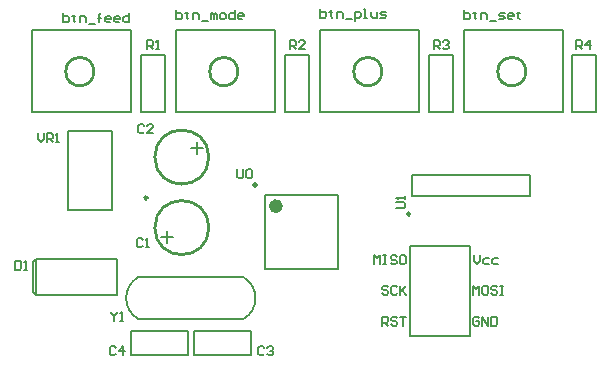
<source format=gto>
G04 Layer_Color=65535*
%FSLAX25Y25*%
%MOIN*%
G70*
G01*
G75*
%ADD31C,0.01000*%
%ADD32C,0.00984*%
%ADD33C,0.00800*%
%ADD34C,0.02362*%
%ADD35C,0.00787*%
%ADD36C,0.00500*%
D31*
X35717Y101500D02*
G03*
X35717Y101500I-4717J0D01*
G01*
X74000Y49500D02*
G03*
X74000Y49500I-9000J0D01*
G01*
X179717Y101500D02*
G03*
X179717Y101500I-4717J0D01*
G01*
X131717D02*
G03*
X131717Y101500I-4717J0D01*
G01*
X83717D02*
G03*
X83717Y101500I-4717J0D01*
G01*
X74000Y73000D02*
G03*
X74000Y73000I-9000J0D01*
G01*
D32*
X141146Y54051D02*
G03*
X141146Y54051I-492J0D01*
G01*
X53594Y59445D02*
G03*
X53594Y59445I-492J0D01*
G01*
X90039Y63748D02*
G03*
X90039Y63748I-600J0D01*
G01*
D33*
X50500Y33000D02*
G03*
X50500Y19000I4000J-7000D01*
G01*
X85500D02*
G03*
X85500Y33000I-4000J7000D01*
G01*
X15500Y38000D02*
X16500Y39000D01*
X15500Y28000D02*
Y38000D01*
Y28000D02*
X16500Y27000D01*
X43400D02*
Y39000D01*
X16500Y27000D02*
X43400D01*
X16500D02*
Y39000D01*
X43400D01*
X50500Y33000D02*
X85500D01*
X50500Y19000D02*
X85500D01*
X88100Y7000D02*
Y15000D01*
X68900D02*
X88100D01*
X68900Y7000D02*
Y15000D01*
Y7000D02*
X88100D01*
X47900D02*
Y15000D01*
Y7000D02*
X67100D01*
Y15000D01*
X47900D02*
X67100D01*
X51500Y87900D02*
Y107100D01*
X59500D01*
Y87900D02*
Y107100D01*
X51500Y87900D02*
X59500D01*
X99500D02*
Y107100D01*
X107500D01*
Y87900D02*
Y107100D01*
X99500Y87900D02*
X107500D01*
X195000D02*
Y107100D01*
X203000D01*
Y87900D02*
Y107100D01*
X195000Y87900D02*
X203000D01*
X147500D02*
Y107100D01*
X155500D01*
Y87900D02*
Y107100D01*
X147500Y87900D02*
X155500D01*
D34*
X97520Y56661D02*
G03*
X97520Y56661I-1181J0D01*
G01*
D35*
X15000Y115500D02*
X48000D01*
X15000Y87961D02*
X48000D01*
X15000D02*
Y115500D01*
X48000Y87961D02*
Y115500D01*
X181185Y59957D02*
Y67043D01*
X141815Y59957D02*
Y67043D01*
X181185D01*
X141815Y59957D02*
X181185D01*
X141000Y13303D02*
Y43500D01*
X161000Y13303D02*
Y43500D01*
X141000D02*
X161000D01*
X141000Y13303D02*
X161000D01*
X27217Y55311D02*
X41783D01*
Y81689D01*
X27217D02*
X41783D01*
X27217Y55311D02*
Y81689D01*
X159000Y115500D02*
X192000D01*
X159000Y87961D02*
X192000D01*
X159000D02*
Y115500D01*
X192000Y87961D02*
Y115500D01*
X111000D02*
X144000D01*
X111000Y87961D02*
X144000D01*
X111000D02*
Y115500D01*
X144000Y87961D02*
Y115500D01*
X63000D02*
X96000D01*
X63000Y87961D02*
X96000D01*
X63000D02*
Y115500D01*
X96000Y87961D02*
Y115500D01*
X92795Y35795D02*
Y60205D01*
X117205Y35795D02*
Y60205D01*
X92795D02*
X117205D01*
X92795Y35795D02*
X117205D01*
D36*
X9500Y38499D02*
Y35500D01*
X11000D01*
X11499Y36000D01*
Y37999D01*
X11000Y38499D01*
X9500D01*
X12499Y35500D02*
X13499D01*
X12999D01*
Y38499D01*
X12499Y37999D01*
X17000Y80999D02*
Y79000D01*
X18000Y78000D01*
X18999Y79000D01*
Y80999D01*
X19999Y78000D02*
Y80999D01*
X21499D01*
X21998Y80499D01*
Y79500D01*
X21499Y79000D01*
X19999D01*
X20999D02*
X21998Y78000D01*
X22998D02*
X23998D01*
X23498D01*
Y80999D01*
X22998Y80499D01*
X52499Y83499D02*
X51999Y83999D01*
X51000D01*
X50500Y83499D01*
Y81500D01*
X51000Y81000D01*
X51999D01*
X52499Y81500D01*
X55498Y81000D02*
X53499D01*
X55498Y82999D01*
Y83499D01*
X54999Y83999D01*
X53999D01*
X53499Y83499D01*
X51999Y45499D02*
X51499Y45999D01*
X50500D01*
X50000Y45499D01*
Y43500D01*
X50500Y43000D01*
X51499D01*
X51999Y43500D01*
X52999Y43000D02*
X53999D01*
X53499D01*
Y45999D01*
X52999Y45499D01*
X92499Y9499D02*
X92000Y9999D01*
X91000D01*
X90500Y9499D01*
Y7500D01*
X91000Y7000D01*
X92000D01*
X92499Y7500D01*
X93499Y9499D02*
X93999Y9999D01*
X94999D01*
X95498Y9499D01*
Y8999D01*
X94999Y8500D01*
X94499D01*
X94999D01*
X95498Y8000D01*
Y7500D01*
X94999Y7000D01*
X93999D01*
X93499Y7500D01*
X42999Y9499D02*
X42500Y9999D01*
X41500D01*
X41000Y9499D01*
Y7500D01*
X41500Y7000D01*
X42500D01*
X42999Y7500D01*
X45499Y7000D02*
Y9999D01*
X43999Y8500D01*
X45998D01*
X136501Y56000D02*
X139000D01*
X139500Y56500D01*
Y57499D01*
X139000Y57999D01*
X136501D01*
X139500Y58999D02*
Y59999D01*
Y59499D01*
X136501D01*
X137001Y58999D01*
X41500Y21499D02*
Y20999D01*
X42500Y19999D01*
X43499Y20999D01*
Y21499D01*
X42500Y19999D02*
Y18500D01*
X44499D02*
X45499D01*
X44999D01*
Y21499D01*
X44499Y20999D01*
X83500Y68999D02*
Y66500D01*
X84000Y66000D01*
X85000D01*
X85499Y66500D01*
Y68999D01*
X86499Y68499D02*
X86999Y68999D01*
X87999D01*
X88498Y68499D01*
Y66500D01*
X87999Y66000D01*
X86999D01*
X86499Y66500D01*
Y68499D01*
X25500Y120999D02*
Y118000D01*
X27000D01*
X27499Y118500D01*
Y119000D01*
Y119500D01*
X27000Y119999D01*
X25500D01*
X28999Y120499D02*
Y119999D01*
X28499D01*
X29499D01*
X28999D01*
Y118500D01*
X29499Y118000D01*
X30998D02*
Y119999D01*
X32498D01*
X32998Y119500D01*
Y118000D01*
X33997Y117500D02*
X35997D01*
X37496Y118000D02*
Y120499D01*
Y119500D01*
X36996D01*
X37996D01*
X37496D01*
Y120499D01*
X37996Y120999D01*
X40995Y118000D02*
X39995D01*
X39496Y118500D01*
Y119500D01*
X39995Y119999D01*
X40995D01*
X41495Y119500D01*
Y119000D01*
X39496D01*
X43994Y118000D02*
X42994D01*
X42494Y118500D01*
Y119500D01*
X42994Y119999D01*
X43994D01*
X44494Y119500D01*
Y119000D01*
X42494D01*
X47493Y120999D02*
Y118000D01*
X45993D01*
X45494Y118500D01*
Y119500D01*
X45993Y119999D01*
X47493D01*
X63100Y121899D02*
Y118900D01*
X64600D01*
X65099Y119400D01*
Y119900D01*
Y120399D01*
X64600Y120899D01*
X63100D01*
X66599Y121399D02*
Y120899D01*
X66099D01*
X67099D01*
X66599D01*
Y119400D01*
X67099Y118900D01*
X68598D02*
Y120899D01*
X70098D01*
X70598Y120399D01*
Y118900D01*
X71597Y118400D02*
X73597D01*
X74596Y118900D02*
Y120899D01*
X75096D01*
X75596Y120399D01*
Y118900D01*
Y120399D01*
X76096Y120899D01*
X76596Y120399D01*
Y118900D01*
X78095D02*
X79095D01*
X79595Y119400D01*
Y120399D01*
X79095Y120899D01*
X78095D01*
X77595Y120399D01*
Y119400D01*
X78095Y118900D01*
X82594Y121899D02*
Y118900D01*
X81094D01*
X80594Y119400D01*
Y120399D01*
X81094Y120899D01*
X82594D01*
X85093Y118900D02*
X84093D01*
X83593Y119400D01*
Y120399D01*
X84093Y120899D01*
X85093D01*
X85593Y120399D01*
Y119900D01*
X83593D01*
X111100Y122399D02*
Y119400D01*
X112600D01*
X113099Y119900D01*
Y120400D01*
Y120899D01*
X112600Y121399D01*
X111100D01*
X114599Y121899D02*
Y121399D01*
X114099D01*
X115099D01*
X114599D01*
Y119900D01*
X115099Y119400D01*
X116598D02*
Y121399D01*
X118098D01*
X118598Y120899D01*
Y119400D01*
X119597Y118900D02*
X121597D01*
X122596Y118400D02*
Y121399D01*
X124096D01*
X124596Y120899D01*
Y119900D01*
X124096Y119400D01*
X122596D01*
X125595D02*
X126595D01*
X126095D01*
Y122399D01*
X125595D01*
X128094Y121399D02*
Y119900D01*
X128594Y119400D01*
X130094D01*
Y121399D01*
X131094Y119400D02*
X132593D01*
X133093Y119900D01*
X132593Y120400D01*
X131593D01*
X131094Y120899D01*
X131593Y121399D01*
X133093D01*
X159100Y121899D02*
Y118900D01*
X160600D01*
X161099Y119400D01*
Y119900D01*
Y120399D01*
X160600Y120899D01*
X159100D01*
X162599Y121399D02*
Y120899D01*
X162099D01*
X163099D01*
X162599D01*
Y119400D01*
X163099Y118900D01*
X164598D02*
Y120899D01*
X166098D01*
X166598Y120399D01*
Y118900D01*
X167597Y118400D02*
X169597D01*
X170596Y118900D02*
X172096D01*
X172596Y119400D01*
X172096Y119900D01*
X171096D01*
X170596Y120399D01*
X171096Y120899D01*
X172596D01*
X175095Y118900D02*
X174095D01*
X173595Y119400D01*
Y120399D01*
X174095Y120899D01*
X175095D01*
X175595Y120399D01*
Y119900D01*
X173595D01*
X177094Y121399D02*
Y120899D01*
X176594D01*
X177594D01*
X177094D01*
Y119400D01*
X177594Y118900D01*
X53500Y109000D02*
Y111999D01*
X55000D01*
X55499Y111499D01*
Y110500D01*
X55000Y110000D01*
X53500D01*
X54500D02*
X55499Y109000D01*
X56499D02*
X57499D01*
X56999D01*
Y111999D01*
X56499Y111499D01*
X101000Y109000D02*
Y111999D01*
X102499D01*
X102999Y111499D01*
Y110500D01*
X102499Y110000D01*
X101000D01*
X102000D02*
X102999Y109000D01*
X105998D02*
X103999D01*
X105998Y110999D01*
Y111499D01*
X105499Y111999D01*
X104499D01*
X103999Y111499D01*
X149000Y109000D02*
Y111999D01*
X150499D01*
X150999Y111499D01*
Y110500D01*
X150499Y110000D01*
X149000D01*
X150000D02*
X150999Y109000D01*
X151999Y111499D02*
X152499Y111999D01*
X153499D01*
X153998Y111499D01*
Y110999D01*
X153499Y110500D01*
X152999D01*
X153499D01*
X153998Y110000D01*
Y109500D01*
X153499Y109000D01*
X152499D01*
X151999Y109500D01*
X196500Y109000D02*
Y111999D01*
X198000D01*
X198499Y111499D01*
Y110500D01*
X198000Y110000D01*
X196500D01*
X197500D02*
X198499Y109000D01*
X200999D02*
Y111999D01*
X199499Y110500D01*
X201498D01*
X129071Y37319D02*
Y40318D01*
X130071Y39318D01*
X131070Y40318D01*
Y37319D01*
X132070Y40318D02*
X133070D01*
X132570D01*
Y37319D01*
X132070D01*
X133070D01*
X136568Y39818D02*
X136069Y40318D01*
X135069D01*
X134569Y39818D01*
Y39318D01*
X135069Y38818D01*
X136069D01*
X136568Y38319D01*
Y37819D01*
X136069Y37319D01*
X135069D01*
X134569Y37819D01*
X139068Y40318D02*
X138068D01*
X137568Y39818D01*
Y37819D01*
X138068Y37319D01*
X139068D01*
X139567Y37819D01*
Y39818D01*
X139068Y40318D01*
X133826Y29582D02*
X133326Y30082D01*
X132327D01*
X131827Y29582D01*
Y29082D01*
X132327Y28582D01*
X133326D01*
X133826Y28082D01*
Y27582D01*
X133326Y27083D01*
X132327D01*
X131827Y27582D01*
X136825Y29582D02*
X136325Y30082D01*
X135326D01*
X134826Y29582D01*
Y27582D01*
X135326Y27083D01*
X136325D01*
X136825Y27582D01*
X137825Y30082D02*
Y27083D01*
Y28082D01*
X139824Y30082D01*
X138325Y28582D01*
X139824Y27083D01*
X131827Y16847D02*
Y19846D01*
X133326D01*
X133826Y19346D01*
Y18346D01*
X133326Y17846D01*
X131827D01*
X132826D02*
X133826Y16847D01*
X136825Y19346D02*
X136325Y19846D01*
X135326D01*
X134826Y19346D01*
Y18846D01*
X135326Y18346D01*
X136325D01*
X136825Y17846D01*
Y17346D01*
X136325Y16847D01*
X135326D01*
X134826Y17346D01*
X137825Y19846D02*
X139824D01*
X138824D01*
Y16847D01*
X162535Y40318D02*
Y38319D01*
X163535Y37319D01*
X164535Y38319D01*
Y40318D01*
X167534Y39318D02*
X166034D01*
X165534Y38818D01*
Y37819D01*
X166034Y37319D01*
X167534D01*
X170533Y39318D02*
X169033D01*
X168534Y38818D01*
Y37819D01*
X169033Y37319D01*
X170533D01*
X162142Y27083D02*
Y30082D01*
X163141Y29082D01*
X164141Y30082D01*
Y27083D01*
X166640Y30082D02*
X165641D01*
X165141Y29582D01*
Y27582D01*
X165641Y27083D01*
X166640D01*
X167140Y27582D01*
Y29582D01*
X166640Y30082D01*
X170139Y29582D02*
X169639Y30082D01*
X168640D01*
X168140Y29582D01*
Y29082D01*
X168640Y28582D01*
X169639D01*
X170139Y28082D01*
Y27582D01*
X169639Y27083D01*
X168640D01*
X168140Y27582D01*
X171139Y30082D02*
X172139D01*
X171639D01*
Y27083D01*
X171139D01*
X172139D01*
X164141Y19346D02*
X163641Y19846D01*
X162642D01*
X162142Y19346D01*
Y17346D01*
X162642Y16847D01*
X163641D01*
X164141Y17346D01*
Y18346D01*
X163141D01*
X165141Y16847D02*
Y19846D01*
X167140Y16847D01*
Y19846D01*
X168140D02*
Y16847D01*
X169639D01*
X170139Y17346D01*
Y19346D01*
X169639Y19846D01*
X168140D01*
X60001Y44500D02*
Y48499D01*
X58002Y46499D02*
X62000D01*
X69999Y78000D02*
Y74001D01*
X71998Y76001D02*
X68000D01*
M02*

</source>
